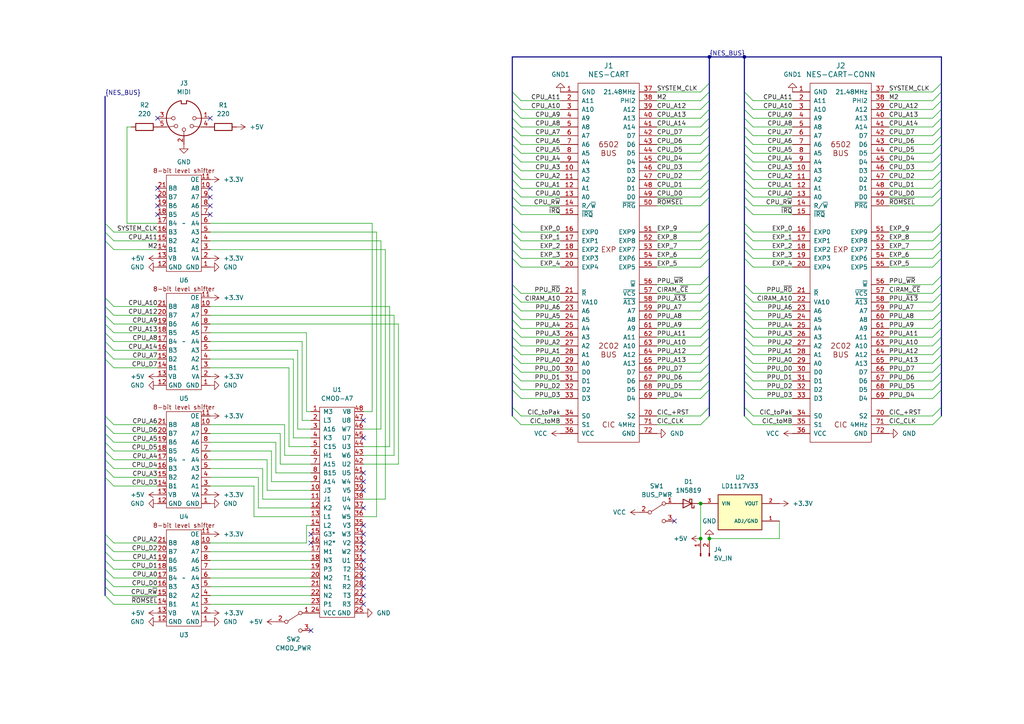
<source format=kicad_sch>
(kicad_sch (version 20230121) (generator eeschema)
  (paper "A4")
  (bus_alias "NES_BUS" (members "SYSTEM_CLK" "M2" "CPU_R~{W}" "CPU_A[0..14]" "CPU_D[0..7]" "~{ROMSEL}" "~{IRQ}" "EXP_[0..9]" "PPU_~{WR}" "PPU_~{RD}" "PPU_A[0..13]" "PPU_D[0..7]" "PPU_~{A13}" "CIRAM_~{CE}" "CIRAM_A10" "CIC_CLK" "CIC_+RST" "CIC_toMB" "CIC_toPak"))
  (junction (at 205.74 16.51))
  (junction (at 203.2 146.05))
  (junction (at 215.9 16.51))
  (junction (at 205.74 156.21))
  (junction (at 203.2 156.21))
  (no_connect (at 60.96 59.69))
  (no_connect (at 105.41 142.24))
  (no_connect (at 105.41 175.26))
  (no_connect (at 105.41 147.32))
  (no_connect (at 105.41 162.56))
  (no_connect (at 105.41 152.4))
  (no_connect (at 105.41 127))
  (no_connect (at 60.96 34.29))
  (no_connect (at 105.41 121.92))
  (no_connect (at 45.72 57.15))
  (no_connect (at 60.96 57.15))
  (no_connect (at 90.17 182.88))
  (no_connect (at 105.41 139.7))
  (no_connect (at 45.72 62.23))
  (no_connect (at 90.17 154.94))
  (no_connect (at 105.41 172.72))
  (no_connect (at 45.72 59.69))
  (no_connect (at 105.41 154.94))
  (no_connect (at 105.41 160.02))
  (no_connect (at 105.41 137.16))
  (no_connect (at 45.72 54.61))
  (no_connect (at 105.41 157.48))
  (no_connect (at 105.41 170.18))
  (no_connect (at 60.96 62.23))
  (no_connect (at 45.72 34.29))
  (no_connect (at 105.41 167.64))
  (no_connect (at 105.41 165.1))
  (no_connect (at 60.96 54.61))
  (no_connect (at 195.58 151.13))
  (no_connect (at 90.17 157.48))
  (bus_entry (at 215.9 67.31) (size 2.54 2.54))
  (bus_entry (at 148.59 100.33) (size 2.54 2.54))
  (bus_entry (at 148.59 34.29) (size 2.54 2.54))
  (bus_entry (at 205.74 82.55) (size -2.54 2.54))
  (bus_entry (at 30.48 165.1) (size 2.54 2.54))
  (bus_entry (at 273.05 29.21) (size -2.54 2.54))
  (bus_entry (at 273.05 41.91) (size -2.54 2.54))
  (bus_entry (at 215.9 90.17) (size 2.54 2.54))
  (bus_entry (at 205.74 36.83) (size -2.54 2.54))
  (bus_entry (at 148.59 97.79) (size 2.54 2.54))
  (bus_entry (at 148.59 36.83) (size 2.54 2.54))
  (bus_entry (at 205.74 31.75) (size -2.54 2.54))
  (bus_entry (at 205.74 120.65) (size -2.54 2.54))
  (bus_entry (at 205.74 39.37) (size -2.54 2.54))
  (bus_entry (at 30.48 120.65) (size 2.54 2.54))
  (bus_entry (at 215.9 39.37) (size 2.54 2.54))
  (bus_entry (at 273.05 85.09) (size -2.54 2.54))
  (bus_entry (at 30.48 67.31) (size 2.54 2.54))
  (bus_entry (at 205.74 29.21) (size -2.54 2.54))
  (bus_entry (at 148.59 44.45) (size 2.54 2.54))
  (bus_entry (at 205.74 110.49) (size -2.54 2.54))
  (bus_entry (at 30.48 69.85) (size 2.54 2.54))
  (bus_entry (at 148.59 72.39) (size 2.54 2.54))
  (bus_entry (at 273.05 90.17) (size -2.54 2.54))
  (bus_entry (at 215.9 64.77) (size 2.54 2.54))
  (bus_entry (at 215.9 41.91) (size 2.54 2.54))
  (bus_entry (at 148.59 87.63) (size 2.54 2.54))
  (bus_entry (at 273.05 44.45) (size -2.54 2.54))
  (bus_entry (at 273.05 72.39) (size -2.54 2.54))
  (bus_entry (at 215.9 105.41) (size 2.54 2.54))
  (bus_entry (at 273.05 97.79) (size -2.54 2.54))
  (bus_entry (at 30.48 91.44) (size 2.54 2.54))
  (bus_entry (at 215.9 46.99) (size 2.54 2.54))
  (bus_entry (at 30.48 123.19) (size 2.54 2.54))
  (bus_entry (at 30.48 172.72) (size 2.54 2.54))
  (bus_entry (at 30.48 130.81) (size 2.54 2.54))
  (bus_entry (at 205.74 34.29) (size -2.54 2.54))
  (bus_entry (at 205.74 41.91) (size -2.54 2.54))
  (bus_entry (at 148.59 69.85) (size 2.54 2.54))
  (bus_entry (at 148.59 95.25) (size 2.54 2.54))
  (bus_entry (at 215.9 118.11) (size 2.54 2.54))
  (bus_entry (at 30.48 133.35) (size 2.54 2.54))
  (bus_entry (at 205.74 105.41) (size -2.54 2.54))
  (bus_entry (at 215.9 120.65) (size 2.54 2.54))
  (bus_entry (at 273.05 57.15) (size -2.54 2.54))
  (bus_entry (at 273.05 80.01) (size -2.54 2.54))
  (bus_entry (at 30.48 160.02) (size 2.54 2.54))
  (bus_entry (at 148.59 54.61) (size 2.54 2.54))
  (bus_entry (at 205.74 49.53) (size -2.54 2.54))
  (bus_entry (at 215.9 34.29) (size 2.54 2.54))
  (bus_entry (at 215.9 54.61) (size 2.54 2.54))
  (bus_entry (at 215.9 74.93) (size 2.54 2.54))
  (bus_entry (at 205.74 107.95) (size -2.54 2.54))
  (bus_entry (at 30.48 135.89) (size 2.54 2.54))
  (bus_entry (at 148.59 59.69) (size 2.54 2.54))
  (bus_entry (at 205.74 95.25) (size -2.54 2.54))
  (bus_entry (at 273.05 82.55) (size -2.54 2.54))
  (bus_entry (at 215.9 57.15) (size 2.54 2.54))
  (bus_entry (at 205.74 67.31) (size -2.54 2.54))
  (bus_entry (at 148.59 105.41) (size 2.54 2.54))
  (bus_entry (at 215.9 69.85) (size 2.54 2.54))
  (bus_entry (at 205.74 102.87) (size -2.54 2.54))
  (bus_entry (at 30.48 125.73) (size 2.54 2.54))
  (bus_entry (at 205.74 44.45) (size -2.54 2.54))
  (bus_entry (at 215.9 44.45) (size 2.54 2.54))
  (bus_entry (at 215.9 92.71) (size 2.54 2.54))
  (bus_entry (at 30.48 138.43) (size 2.54 2.54))
  (bus_entry (at 30.48 157.48) (size 2.54 2.54))
  (bus_entry (at 205.74 97.79) (size -2.54 2.54))
  (bus_entry (at 205.74 54.61) (size -2.54 2.54))
  (bus_entry (at 273.05 39.37) (size -2.54 2.54))
  (bus_entry (at 273.05 26.67) (size -2.54 2.54))
  (bus_entry (at 30.48 88.9) (size 2.54 2.54))
  (bus_entry (at 215.9 100.33) (size 2.54 2.54))
  (bus_entry (at 273.05 110.49) (size -2.54 2.54))
  (bus_entry (at 148.59 41.91) (size 2.54 2.54))
  (bus_entry (at 30.48 170.18) (size 2.54 2.54))
  (bus_entry (at 273.05 102.87) (size -2.54 2.54))
  (bus_entry (at 215.9 95.25) (size 2.54 2.54))
  (bus_entry (at 215.9 59.69) (size 2.54 2.54))
  (bus_entry (at 205.74 100.33) (size -2.54 2.54))
  (bus_entry (at 30.48 86.36) (size 2.54 2.54))
  (bus_entry (at 273.05 105.41) (size -2.54 2.54))
  (bus_entry (at 215.9 72.39) (size 2.54 2.54))
  (bus_entry (at 273.05 120.65) (size -2.54 2.54))
  (bus_entry (at 205.74 92.71) (size -2.54 2.54))
  (bus_entry (at 273.05 46.99) (size -2.54 2.54))
  (bus_entry (at 215.9 87.63) (size 2.54 2.54))
  (bus_entry (at 273.05 36.83) (size -2.54 2.54))
  (bus_entry (at 30.48 128.27) (size 2.54 2.54))
  (bus_entry (at 215.9 110.49) (size 2.54 2.54))
  (bus_entry (at 148.59 92.71) (size 2.54 2.54))
  (bus_entry (at 205.74 80.01) (size -2.54 2.54))
  (bus_entry (at 148.59 46.99) (size 2.54 2.54))
  (bus_entry (at 273.05 67.31) (size -2.54 2.54))
  (bus_entry (at 273.05 92.71) (size -2.54 2.54))
  (bus_entry (at 215.9 82.55) (size 2.54 2.54))
  (bus_entry (at 148.59 57.15) (size 2.54 2.54))
  (bus_entry (at 30.48 167.64) (size 2.54 2.54))
  (bus_entry (at 148.59 64.77) (size 2.54 2.54))
  (bus_entry (at 30.48 104.14) (size 2.54 2.54))
  (bus_entry (at 273.05 95.25) (size -2.54 2.54))
  (bus_entry (at 215.9 52.07) (size 2.54 2.54))
  (bus_entry (at 273.05 69.85) (size -2.54 2.54))
  (bus_entry (at 205.74 57.15) (size -2.54 2.54))
  (bus_entry (at 273.05 54.61) (size -2.54 2.54))
  (bus_entry (at 148.59 39.37) (size 2.54 2.54))
  (bus_entry (at 273.05 87.63) (size -2.54 2.54))
  (bus_entry (at 148.59 90.17) (size 2.54 2.54))
  (bus_entry (at 205.74 85.09) (size -2.54 2.54))
  (bus_entry (at 148.59 107.95) (size 2.54 2.54))
  (bus_entry (at 205.74 69.85) (size -2.54 2.54))
  (bus_entry (at 215.9 26.67) (size 2.54 2.54))
  (bus_entry (at 30.48 162.56) (size 2.54 2.54))
  (bus_entry (at 205.74 113.03) (size -2.54 2.54))
  (bus_entry (at 148.59 29.21) (size 2.54 2.54))
  (bus_entry (at 30.48 99.06) (size 2.54 2.54))
  (bus_entry (at 215.9 29.21) (size 2.54 2.54))
  (bus_entry (at 215.9 85.09) (size 2.54 2.54))
  (bus_entry (at 205.74 26.67) (size -2.54 2.54))
  (bus_entry (at 215.9 36.83) (size 2.54 2.54))
  (bus_entry (at 30.48 64.77) (size 2.54 2.54))
  (bus_entry (at 273.05 118.11) (size -2.54 2.54))
  (bus_entry (at 205.74 74.93) (size -2.54 2.54))
  (bus_entry (at 148.59 85.09) (size 2.54 2.54))
  (bus_entry (at 205.74 64.77) (size -2.54 2.54))
  (bus_entry (at 215.9 107.95) (size 2.54 2.54))
  (bus_entry (at 215.9 102.87) (size 2.54 2.54))
  (bus_entry (at 273.05 107.95) (size -2.54 2.54))
  (bus_entry (at 30.48 93.98) (size 2.54 2.54))
  (bus_entry (at 205.74 90.17) (size -2.54 2.54))
  (bus_entry (at 215.9 97.79) (size 2.54 2.54))
  (bus_entry (at 205.74 118.11) (size -2.54 2.54))
  (bus_entry (at 148.59 67.31) (size 2.54 2.54))
  (bus_entry (at 273.05 64.77) (size -2.54 2.54))
  (bus_entry (at 148.59 102.87) (size 2.54 2.54))
  (bus_entry (at 30.48 96.52) (size 2.54 2.54))
  (bus_entry (at 273.05 52.07) (size -2.54 2.54))
  (bus_entry (at 273.05 74.93) (size -2.54 2.54))
  (bus_entry (at 148.59 110.49) (size 2.54 2.54))
  (bus_entry (at 205.74 24.13) (size -2.54 2.54))
  (bus_entry (at 205.74 46.99) (size -2.54 2.54))
  (bus_entry (at 273.05 31.75) (size -2.54 2.54))
  (bus_entry (at 273.05 49.53) (size -2.54 2.54))
  (bus_entry (at 148.59 52.07) (size 2.54 2.54))
  (bus_entry (at 215.9 31.75) (size 2.54 2.54))
  (bus_entry (at 273.05 113.03) (size -2.54 2.54))
  (bus_entry (at 205.74 87.63) (size -2.54 2.54))
  (bus_entry (at 205.74 52.07) (size -2.54 2.54))
  (bus_entry (at 148.59 113.03) (size 2.54 2.54))
  (bus_entry (at 273.05 100.33) (size -2.54 2.54))
  (bus_entry (at 148.59 74.93) (size 2.54 2.54))
  (bus_entry (at 215.9 113.03) (size 2.54 2.54))
  (bus_entry (at 148.59 49.53) (size 2.54 2.54))
  (bus_entry (at 30.48 101.6) (size 2.54 2.54))
  (bus_entry (at 148.59 31.75) (size 2.54 2.54))
  (bus_entry (at 215.9 49.53) (size 2.54 2.54))
  (bus_entry (at 148.59 118.11) (size 2.54 2.54))
  (bus_entry (at 148.59 82.55) (size 2.54 2.54))
  (bus_entry (at 30.48 154.94) (size 2.54 2.54))
  (bus_entry (at 273.05 34.29) (size -2.54 2.54))
  (bus_entry (at 205.74 72.39) (size -2.54 2.54))
  (bus_entry (at 273.05 24.13) (size -2.54 2.54))
  (bus_entry (at 148.59 120.65) (size 2.54 2.54))
  (bus_entry (at 148.59 26.67) (size 2.54 2.54))
  (wire (pts (xy 190.5 113.03) (xy 203.2 113.03)))
  (wire (pts (xy 257.81 52.07) (xy 270.51 52.07)))
  (bus (pts (xy 30.48 120.65) (xy 30.48 123.19)))
  (wire (pts (xy 190.5 120.65) (xy 203.2 120.65)))
  (wire (pts (xy 190.5 97.79) (xy 203.2 97.79)))
  (bus (pts (xy 205.74 39.37) (xy 205.74 41.91)))
  (bus (pts (xy 205.74 107.95) (xy 205.74 110.49)))
  (bus (pts (xy 30.48 88.9) (xy 30.48 91.44)))
  (wire (pts (xy 109.22 149.86) (xy 105.41 149.86)))
  (bus (pts (xy 205.74 80.01) (xy 205.74 82.55)))
  (bus (pts (xy 148.59 36.83) (xy 148.59 39.37)))
  (wire (pts (xy 218.44 113.03) (xy 229.87 113.03)))
  (wire (pts (xy 60.96 106.68) (xy 83.82 106.68)))
  (wire (pts (xy 151.13 57.15) (xy 162.56 57.15)))
  (bus (pts (xy 205.74 118.11) (xy 205.74 120.65)))
  (wire (pts (xy 257.81 69.85) (xy 270.51 69.85)))
  (wire (pts (xy 60.96 157.48) (xy 88.9 157.48)))
  (wire (pts (xy 60.96 135.89) (xy 76.2 135.89)))
  (wire (pts (xy 60.96 67.31) (xy 109.22 67.31)))
  (wire (pts (xy 73.66 149.86) (xy 90.17 149.86)))
  (wire (pts (xy 203.2 146.05) (xy 203.2 156.21)))
  (bus (pts (xy 215.9 39.37) (xy 215.9 41.91)))
  (wire (pts (xy 88.9 157.48) (xy 88.9 152.4)))
  (wire (pts (xy 257.81 34.29) (xy 270.51 34.29)))
  (bus (pts (xy 30.48 99.06) (xy 30.48 101.6)))
  (wire (pts (xy 87.63 99.06) (xy 87.63 121.92)))
  (bus (pts (xy 205.74 97.79) (xy 205.74 100.33)))
  (bus (pts (xy 148.59 54.61) (xy 148.59 57.15)))
  (bus (pts (xy 273.05 67.31) (xy 273.05 69.85)))
  (wire (pts (xy 257.81 95.25) (xy 270.51 95.25)))
  (wire (pts (xy 83.82 129.54) (xy 90.17 129.54)))
  (wire (pts (xy 60.96 172.72) (xy 90.17 172.72)))
  (wire (pts (xy 151.13 102.87) (xy 162.56 102.87)))
  (bus (pts (xy 215.9 64.77) (xy 215.9 67.31)))
  (wire (pts (xy 80.01 137.16) (xy 90.17 137.16)))
  (wire (pts (xy 88.9 96.52) (xy 88.9 119.38)))
  (bus (pts (xy 273.05 46.99) (xy 273.05 49.53)))
  (wire (pts (xy 218.44 100.33) (xy 229.87 100.33)))
  (wire (pts (xy 257.81 82.55) (xy 270.51 82.55)))
  (bus (pts (xy 30.48 27.94) (xy 30.48 64.77)))
  (bus (pts (xy 148.59 85.09) (xy 148.59 87.63)))
  (bus (pts (xy 148.59 64.77) (xy 148.59 67.31)))
  (bus (pts (xy 30.48 91.44) (xy 30.48 93.98)))
  (bus (pts (xy 148.59 87.63) (xy 148.59 90.17)))
  (bus (pts (xy 30.48 154.94) (xy 30.48 157.48)))
  (wire (pts (xy 76.2 144.78) (xy 90.17 144.78)))
  (wire (pts (xy 190.5 115.57) (xy 203.2 115.57)))
  (wire (pts (xy 60.96 91.44) (xy 114.3 91.44)))
  (bus (pts (xy 273.05 52.07) (xy 273.05 54.61)))
  (bus (pts (xy 273.05 110.49) (xy 273.05 113.03)))
  (bus (pts (xy 148.59 67.31) (xy 148.59 69.85)))
  (wire (pts (xy 81.28 125.73) (xy 81.28 134.62)))
  (wire (pts (xy 33.02 140.97) (xy 45.72 140.97)))
  (bus (pts (xy 148.59 72.39) (xy 148.59 74.93)))
  (wire (pts (xy 60.96 88.9) (xy 113.03 88.9)))
  (bus (pts (xy 30.48 67.31) (xy 30.48 69.85)))
  (wire (pts (xy 33.02 125.73) (xy 45.72 125.73)))
  (bus (pts (xy 30.48 128.27) (xy 30.48 130.81)))
  (bus (pts (xy 30.48 162.56) (xy 30.48 165.1)))
  (bus (pts (xy 30.48 135.89) (xy 30.48 138.43)))
  (bus (pts (xy 273.05 24.13) (xy 273.05 26.67)))
  (wire (pts (xy 74.93 147.32) (xy 90.17 147.32)))
  (bus (pts (xy 273.05 29.21) (xy 273.05 31.75)))
  (bus (pts (xy 273.05 57.15) (xy 273.05 64.77)))
  (bus (pts (xy 273.05 41.91) (xy 273.05 44.45)))
  (bus (pts (xy 215.9 105.41) (xy 215.9 107.95)))
  (wire (pts (xy 60.96 123.19) (xy 82.55 123.19)))
  (bus (pts (xy 205.74 24.13) (xy 205.74 26.67)))
  (bus (pts (xy 273.05 49.53) (xy 273.05 52.07)))
  (bus (pts (xy 273.05 54.61) (xy 273.05 57.15)))
  (bus (pts (xy 215.9 107.95) (xy 215.9 110.49)))
  (wire (pts (xy 190.5 44.45) (xy 203.2 44.45)))
  (bus (pts (xy 148.59 102.87) (xy 148.59 105.41)))
  (wire (pts (xy 87.63 121.92) (xy 90.17 121.92)))
  (bus (pts (xy 30.48 123.19) (xy 30.48 125.73)))
  (bus (pts (xy 205.74 44.45) (xy 205.74 46.99)))
  (bus (pts (xy 205.74 87.63) (xy 205.74 90.17)))
  (bus (pts (xy 148.59 34.29) (xy 148.59 36.83)))
  (bus (pts (xy 215.9 110.49) (xy 215.9 113.03)))
  (wire (pts (xy 257.81 67.31) (xy 270.51 67.31)))
  (wire (pts (xy 33.02 67.31) (xy 45.72 67.31)))
  (bus (pts (xy 273.05 105.41) (xy 273.05 107.95)))
  (wire (pts (xy 45.72 64.77) (xy 36.83 64.77)))
  (wire (pts (xy 60.96 130.81) (xy 78.74 130.81)))
  (bus (pts (xy 273.05 64.77) (xy 273.05 67.31)))
  (wire (pts (xy 190.5 46.99) (xy 203.2 46.99)))
  (wire (pts (xy 190.5 82.55) (xy 203.2 82.55)))
  (wire (pts (xy 218.44 52.07) (xy 229.87 52.07)))
  (wire (pts (xy 257.81 41.91) (xy 270.51 41.91)))
  (bus (pts (xy 205.74 110.49) (xy 205.74 113.03)))
  (bus (pts (xy 30.48 160.02) (xy 30.48 162.56)))
  (wire (pts (xy 257.81 31.75) (xy 270.51 31.75)))
  (bus (pts (xy 273.05 26.67) (xy 273.05 29.21)))
  (bus (pts (xy 205.74 16.51) (xy 205.74 24.13)))
  (bus (pts (xy 205.74 102.87) (xy 205.74 105.41)))
  (bus (pts (xy 273.05 92.71) (xy 273.05 95.25)))
  (wire (pts (xy 88.9 152.4) (xy 90.17 152.4)))
  (wire (pts (xy 151.13 115.57) (xy 162.56 115.57)))
  (wire (pts (xy 151.13 62.23) (xy 162.56 62.23)))
  (bus (pts (xy 273.05 72.39) (xy 273.05 74.93)))
  (bus (pts (xy 148.59 105.41) (xy 148.59 107.95)))
  (wire (pts (xy 190.5 57.15) (xy 203.2 57.15)))
  (bus (pts (xy 205.74 72.39) (xy 205.74 74.93)))
  (bus (pts (xy 273.05 97.79) (xy 273.05 100.33)))
  (bus (pts (xy 215.9 49.53) (xy 215.9 52.07)))
  (bus (pts (xy 215.9 54.61) (xy 215.9 57.15)))
  (bus (pts (xy 215.9 46.99) (xy 215.9 49.53)))
  (bus (pts (xy 205.74 82.55) (xy 205.74 85.09)))
  (bus (pts (xy 215.9 16.51) (xy 215.9 26.67)))
  (bus (pts (xy 205.74 52.07) (xy 205.74 54.61)))
  (bus (pts (xy 215.9 72.39) (xy 215.9 74.93)))
  (wire (pts (xy 33.02 170.18) (xy 45.72 170.18)))
  (wire (pts (xy 33.02 135.89) (xy 45.72 135.89)))
  (wire (pts (xy 257.81 87.63) (xy 270.51 87.63)))
  (wire (pts (xy 151.13 90.17) (xy 162.56 90.17)))
  (wire (pts (xy 257.81 29.21) (xy 270.51 29.21)))
  (bus (pts (xy 205.74 54.61) (xy 205.74 57.15)))
  (wire (pts (xy 151.13 31.75) (xy 162.56 31.75)))
  (wire (pts (xy 218.44 97.79) (xy 229.87 97.79)))
  (wire (pts (xy 33.02 69.85) (xy 45.72 69.85)))
  (wire (pts (xy 33.02 72.39) (xy 45.72 72.39)))
  (wire (pts (xy 60.96 125.73) (xy 81.28 125.73)))
  (wire (pts (xy 77.47 142.24) (xy 90.17 142.24)))
  (wire (pts (xy 151.13 110.49) (xy 162.56 110.49)))
  (wire (pts (xy 151.13 67.31) (xy 162.56 67.31)))
  (bus (pts (xy 148.59 95.25) (xy 148.59 97.79)))
  (bus (pts (xy 215.9 82.55) (xy 215.9 85.09)))
  (wire (pts (xy 33.02 96.52) (xy 45.72 96.52)))
  (wire (pts (xy 151.13 34.29) (xy 162.56 34.29)))
  (wire (pts (xy 257.81 49.53) (xy 270.51 49.53)))
  (wire (pts (xy 151.13 105.41) (xy 162.56 105.41)))
  (wire (pts (xy 218.44 44.45) (xy 229.87 44.45)))
  (wire (pts (xy 33.02 133.35) (xy 45.72 133.35)))
  (wire (pts (xy 33.02 160.02) (xy 45.72 160.02)))
  (bus (pts (xy 205.74 113.03) (xy 205.74 118.11)))
  (wire (pts (xy 257.81 54.61) (xy 270.51 54.61)))
  (wire (pts (xy 257.81 72.39) (xy 270.51 72.39)))
  (wire (pts (xy 60.96 99.06) (xy 87.63 99.06)))
  (bus (pts (xy 215.9 31.75) (xy 215.9 34.29)))
  (bus (pts (xy 273.05 107.95) (xy 273.05 110.49)))
  (wire (pts (xy 107.95 64.77) (xy 107.95 119.38)))
  (wire (pts (xy 114.3 91.44) (xy 114.3 132.08)))
  (wire (pts (xy 203.2 26.67) (xy 190.5 26.67)))
  (wire (pts (xy 257.81 74.93) (xy 270.51 74.93)))
  (wire (pts (xy 218.44 46.99) (xy 229.87 46.99)))
  (wire (pts (xy 78.74 130.81) (xy 78.74 139.7)))
  (bus (pts (xy 205.74 57.15) (xy 205.74 64.77)))
  (wire (pts (xy 218.44 72.39) (xy 229.87 72.39)))
  (wire (pts (xy 218.44 115.57) (xy 229.87 115.57)))
  (wire (pts (xy 33.02 157.48) (xy 45.72 157.48)))
  (bus (pts (xy 215.9 92.71) (xy 215.9 95.25)))
  (wire (pts (xy 60.96 133.35) (xy 77.47 133.35)))
  (wire (pts (xy 33.02 123.19) (xy 45.72 123.19)))
  (wire (pts (xy 151.13 85.09) (xy 162.56 85.09)))
  (wire (pts (xy 218.44 49.53) (xy 229.87 49.53)))
  (wire (pts (xy 85.09 127) (xy 90.17 127)))
  (wire (pts (xy 111.76 144.78) (xy 105.41 144.78)))
  (wire (pts (xy 218.44 110.49) (xy 229.87 110.49)))
  (bus (pts (xy 30.48 101.6) (xy 30.48 104.14)))
  (bus (pts (xy 148.59 97.79) (xy 148.59 100.33)))
  (wire (pts (xy 218.44 57.15) (xy 229.87 57.15)))
  (wire (pts (xy 78.74 139.7) (xy 90.17 139.7)))
  (bus (pts (xy 273.05 74.93) (xy 273.05 80.01)))
  (bus (pts (xy 30.48 157.48) (xy 30.48 160.02)))
  (wire (pts (xy 190.5 52.07) (xy 203.2 52.07)))
  (wire (pts (xy 60.96 167.64) (xy 90.17 167.64)))
  (wire (pts (xy 33.02 93.98) (xy 45.72 93.98)))
  (bus (pts (xy 205.74 105.41) (xy 205.74 107.95)))
  (bus (pts (xy 148.59 46.99) (xy 148.59 49.53)))
  (wire (pts (xy 257.81 97.79) (xy 270.51 97.79)))
  (wire (pts (xy 33.02 91.44) (xy 45.72 91.44)))
  (wire (pts (xy 151.13 123.19) (xy 162.56 123.19)))
  (bus (pts (xy 30.48 69.85) (xy 30.48 86.36)))
  (wire (pts (xy 226.06 156.21) (xy 226.06 151.13)))
  (bus (pts (xy 273.05 16.51) (xy 273.05 24.13)))
  (wire (pts (xy 60.96 160.02) (xy 90.17 160.02)))
  (bus (pts (xy 205.74 46.99) (xy 205.74 49.53)))
  (wire (pts (xy 151.13 69.85) (xy 162.56 69.85)))
  (bus (pts (xy 205.74 100.33) (xy 205.74 102.87)))
  (wire (pts (xy 60.96 165.1) (xy 90.17 165.1)))
  (wire (pts (xy 83.82 106.68) (xy 83.82 129.54)))
  (bus (pts (xy 148.59 41.91) (xy 148.59 44.45)))
  (bus (pts (xy 148.59 69.85) (xy 148.59 72.39)))
  (bus (pts (xy 215.9 95.25) (xy 215.9 97.79)))
  (wire (pts (xy 218.44 69.85) (xy 229.87 69.85)))
  (bus (pts (xy 205.74 85.09) (xy 205.74 87.63)))
  (wire (pts (xy 113.03 129.54) (xy 105.41 129.54)))
  (wire (pts (xy 257.81 39.37) (xy 270.51 39.37)))
  (wire (pts (xy 218.44 85.09) (xy 229.87 85.09)))
  (bus (pts (xy 215.9 26.67) (xy 215.9 29.21)))
  (wire (pts (xy 151.13 39.37) (xy 162.56 39.37)))
  (wire (pts (xy 107.95 119.38) (xy 105.41 119.38)))
  (wire (pts (xy 190.5 92.71) (xy 203.2 92.71)))
  (bus (pts (xy 148.59 90.17) (xy 148.59 92.71)))
  (bus (pts (xy 215.9 41.91) (xy 215.9 44.45)))
  (wire (pts (xy 81.28 134.62) (xy 90.17 134.62)))
  (wire (pts (xy 218.44 92.71) (xy 229.87 92.71)))
  (wire (pts (xy 33.02 138.43) (xy 45.72 138.43)))
  (wire (pts (xy 33.02 128.27) (xy 45.72 128.27)))
  (wire (pts (xy 218.44 102.87) (xy 229.87 102.87)))
  (wire (pts (xy 218.44 120.65) (xy 229.87 120.65)))
  (bus (pts (xy 215.9 59.69) (xy 215.9 64.77)))
  (wire (pts (xy 190.5 85.09) (xy 203.2 85.09)))
  (bus (pts (xy 273.05 39.37) (xy 273.05 41.91)))
  (bus (pts (xy 205.74 67.31) (xy 205.74 69.85)))
  (wire (pts (xy 60.96 64.77) (xy 107.95 64.77)))
  (bus (pts (xy 148.59 59.69) (xy 148.59 64.77)))
  (bus (pts (xy 215.9 118.11) (xy 215.9 120.65)))
  (wire (pts (xy 218.44 90.17) (xy 229.87 90.17)))
  (wire (pts (xy 205.74 156.21) (xy 226.06 156.21)))
  (wire (pts (xy 33.02 104.14) (xy 45.72 104.14)))
  (bus (pts (xy 148.59 110.49) (xy 148.59 113.03)))
  (bus (pts (xy 215.9 36.83) (xy 215.9 39.37)))
  (wire (pts (xy 60.96 138.43) (xy 74.93 138.43)))
  (bus (pts (xy 273.05 102.87) (xy 273.05 105.41)))
  (wire (pts (xy 257.81 123.19) (xy 270.51 123.19)))
  (bus (pts (xy 205.74 41.91) (xy 205.74 44.45)))
  (bus (pts (xy 205.74 16.51) (xy 148.59 16.51)))
  (wire (pts (xy 33.02 172.72) (xy 45.72 172.72)))
  (wire (pts (xy 190.5 123.19) (xy 203.2 123.19)))
  (wire (pts (xy 218.44 34.29) (xy 229.87 34.29)))
  (bus (pts (xy 30.48 125.73) (xy 30.48 128.27)))
  (wire (pts (xy 151.13 52.07) (xy 162.56 52.07)))
  (wire (pts (xy 36.83 36.83) (xy 36.83 64.77)))
  (wire (pts (xy 257.81 110.49) (xy 270.51 110.49)))
  (wire (pts (xy 151.13 46.99) (xy 162.56 46.99)))
  (wire (pts (xy 190.5 59.69) (xy 203.2 59.69)))
  (wire (pts (xy 33.02 101.6) (xy 45.72 101.6)))
  (wire (pts (xy 33.02 162.56) (xy 45.72 162.56)))
  (bus (pts (xy 215.9 90.17) (xy 215.9 92.71)))
  (wire (pts (xy 151.13 59.69) (xy 162.56 59.69)))
  (bus (pts (xy 215.9 67.31) (xy 215.9 69.85)))
  (bus (pts (xy 273.05 87.63) (xy 273.05 90.17)))
  (wire (pts (xy 60.96 104.14) (xy 85.09 104.14)))
  (wire (pts (xy 218.44 62.23) (xy 229.87 62.23)))
  (wire (pts (xy 218.44 29.21) (xy 229.87 29.21)))
  (wire (pts (xy 190.5 105.41) (xy 203.2 105.41)))
  (bus (pts (xy 215.9 97.79) (xy 215.9 100.33)))
  (bus (pts (xy 148.59 92.71) (xy 148.59 95.25)))
  (wire (pts (xy 190.5 49.53) (xy 203.2 49.53)))
  (wire (pts (xy 218.44 31.75) (xy 229.87 31.75)))
  (wire (pts (xy 33.02 88.9) (xy 45.72 88.9)))
  (wire (pts (xy 190.5 67.31) (xy 203.2 67.31)))
  (wire (pts (xy 60.96 170.18) (xy 90.17 170.18)))
  (wire (pts (xy 60.96 72.39) (xy 111.76 72.39)))
  (wire (pts (xy 33.02 165.1) (xy 45.72 165.1)))
  (bus (pts (xy 215.9 29.21) (xy 215.9 31.75)))
  (wire (pts (xy 257.81 77.47) (xy 270.51 77.47)))
  (wire (pts (xy 60.96 128.27) (xy 80.01 128.27)))
  (bus (pts (xy 273.05 69.85) (xy 273.05 72.39)))
  (wire (pts (xy 36.83 36.83) (xy 38.1 36.83)))
  (wire (pts (xy 257.81 105.41) (xy 270.51 105.41)))
  (wire (pts (xy 190.5 29.21) (xy 203.2 29.21)))
  (bus (pts (xy 215.9 69.85) (xy 215.9 72.39)))
  (wire (pts (xy 190.5 36.83) (xy 203.2 36.83)))
  (wire (pts (xy 218.44 105.41) (xy 229.87 105.41)))
  (bus (pts (xy 205.74 16.51) (xy 215.9 16.51)))
  (wire (pts (xy 111.76 72.39) (xy 111.76 144.78)))
  (wire (pts (xy 151.13 44.45) (xy 162.56 44.45)))
  (wire (pts (xy 218.44 67.31) (xy 229.87 67.31)))
  (bus (pts (xy 30.48 130.81) (xy 30.48 133.35)))
  (wire (pts (xy 82.55 132.08) (xy 90.17 132.08)))
  (wire (pts (xy 190.5 100.33) (xy 203.2 100.33)))
  (wire (pts (xy 257.81 44.45) (xy 270.51 44.45)))
  (wire (pts (xy 33.02 167.64) (xy 45.72 167.64)))
  (wire (pts (xy 76.2 135.89) (xy 76.2 144.78)))
  (wire (pts (xy 60.96 175.26) (xy 90.17 175.26)))
  (wire (pts (xy 190.5 102.87) (xy 203.2 102.87)))
  (wire (pts (xy 151.13 107.95) (xy 162.56 107.95)))
  (bus (pts (xy 205.74 74.93) (xy 205.74 80.01)))
  (bus (pts (xy 30.48 133.35) (xy 30.48 135.89)))
  (wire (pts (xy 151.13 74.93) (xy 162.56 74.93)))
  (bus (pts (xy 273.05 31.75) (xy 273.05 34.29)))
  (bus (pts (xy 273.05 85.09) (xy 273.05 87.63)))
  (bus (pts (xy 215.9 74.93) (xy 215.9 82.55)))
  (wire (pts (xy 60.96 96.52) (xy 88.9 96.52)))
  (wire (pts (xy 257.81 46.99) (xy 270.51 46.99)))
  (wire (pts (xy 257.81 113.03) (xy 270.51 113.03)))
  (wire (pts (xy 151.13 49.53) (xy 162.56 49.53)))
  (bus (pts (xy 273.05 36.83) (xy 273.05 39.37)))
  (wire (pts (xy 218.44 123.19) (xy 229.87 123.19)))
  (bus (pts (xy 148.59 107.95) (xy 148.59 110.49)))
  (wire (pts (xy 151.13 97.79) (xy 162.56 97.79)))
  (wire (pts (xy 218.44 77.47) (xy 229.87 77.47)))
  (bus (pts (xy 30.48 64.77) (xy 30.48 67.31)))
  (bus (pts (xy 205.74 36.83) (xy 205.74 39.37)))
  (wire (pts (xy 151.13 87.63) (xy 162.56 87.63)))
  (wire (pts (xy 190.5 39.37) (xy 203.2 39.37)))
  (wire (pts (xy 60.96 69.85) (xy 110.49 69.85)))
  (bus (pts (xy 215.9 87.63) (xy 215.9 90.17)))
  (bus (pts (xy 273.05 16.51) (xy 215.9 16.51)))
  (wire (pts (xy 33.02 130.81) (xy 45.72 130.81)))
  (wire (pts (xy 60.96 101.6) (xy 86.36 101.6)))
  (wire (pts (xy 33.02 175.26) (xy 45.72 175.26)))
  (bus (pts (xy 215.9 44.45) (xy 215.9 46.99)))
  (wire (pts (xy 190.5 107.95) (xy 203.2 107.95)))
  (wire (pts (xy 190.5 95.25) (xy 203.2 95.25)))
  (bus (pts (xy 205.74 95.25) (xy 205.74 97.79)))
  (wire (pts (xy 190.5 77.47) (xy 203.2 77.47)))
  (bus (pts (xy 215.9 85.09) (xy 215.9 87.63)))
  (bus (pts (xy 205.74 64.77) (xy 205.74 67.31)))
  (bus (pts (xy 273.05 80.01) (xy 273.05 82.55)))
  (wire (pts (xy 190.5 31.75) (xy 203.2 31.75)))
  (wire (pts (xy 257.81 100.33) (xy 270.51 100.33)))
  (wire (pts (xy 151.13 29.21) (xy 162.56 29.21)))
  (bus (pts (xy 205.74 90.17) (xy 205.74 92.71)))
  (wire (pts (xy 218.44 54.61) (xy 229.87 54.61)))
  (bus (pts (xy 148.59 52.07) (xy 148.59 54.61)))
  (bus (pts (xy 148.59 26.67) (xy 148.59 29.21)))
  (wire (pts (xy 190.5 87.63) (xy 203.2 87.63)))
  (bus (pts (xy 148.59 82.55) (xy 148.59 85.09)))
  (wire (pts (xy 114.3 132.08) (xy 105.41 132.08)))
  (wire (pts (xy 257.81 115.57) (xy 270.51 115.57)))
  (wire (pts (xy 80.01 128.27) (xy 80.01 137.16)))
  (wire (pts (xy 257.81 102.87) (xy 270.51 102.87)))
  (wire (pts (xy 88.9 119.38) (xy 90.17 119.38)))
  (wire (pts (xy 190.5 41.91) (xy 203.2 41.91)))
  (wire (pts (xy 190.5 90.17) (xy 203.2 90.17)))
  (bus (pts (xy 205.74 34.29) (xy 205.74 36.83)))
  (bus (pts (xy 205.74 31.75) (xy 205.74 34.29)))
  (wire (pts (xy 257.81 120.65) (xy 270.51 120.65)))
  (bus (pts (xy 215.9 102.87) (xy 215.9 105.41)))
  (wire (pts (xy 60.96 93.98) (xy 115.57 93.98)))
  (bus (pts (xy 148.59 113.03) (xy 148.59 118.11)))
  (wire (pts (xy 257.81 59.69) (xy 270.51 59.69)))
  (wire (pts (xy 257.81 85.09) (xy 270.51 85.09)))
  (wire (pts (xy 33.02 99.06) (xy 45.72 99.06)))
  (bus (pts (xy 30.48 86.36) (xy 30.48 88.9)))
  (bus (pts (xy 215.9 100.33) (xy 215.9 102.87)))
  (wire (pts (xy 60.96 162.56) (xy 90.17 162.56)))
  (wire (pts (xy 151.13 120.65) (xy 162.56 120.65)))
  (bus (pts (xy 215.9 34.29) (xy 215.9 36.83)))
  (wire (pts (xy 115.57 93.98) (xy 115.57 134.62)))
  (bus (pts (xy 30.48 167.64) (xy 30.48 170.18)))
  (wire (pts (xy 86.36 124.46) (xy 90.17 124.46)))
  (wire (pts (xy 60.96 140.97) (xy 73.66 140.97)))
  (bus (pts (xy 30.48 170.18) (xy 30.48 172.72)))
  (wire (pts (xy 218.44 36.83) (xy 229.87 36.83)))
  (wire (pts (xy 218.44 39.37) (xy 229.87 39.37)))
  (wire (pts (xy 110.49 69.85) (xy 110.49 124.46)))
  (wire (pts (xy 218.44 59.69) (xy 229.87 59.69)))
  (wire (pts (xy 270.51 26.67) (xy 257.81 26.67)))
  (bus (pts (xy 205.74 26.67) (xy 205.74 29.21)))
  (wire (pts (xy 257.81 36.83) (xy 270.51 36.83)))
  (wire (pts (xy 218.44 74.93) (xy 229.87 74.93)))
  (wire (pts (xy 82.55 123.19) (xy 82.55 132.08)))
  (wire (pts (xy 190.5 34.29) (xy 203.2 34.29)))
  (bus (pts (xy 205.74 69.85) (xy 205.74 72.39)))
  (wire (pts (xy 151.13 72.39) (xy 162.56 72.39)))
  (wire (pts (xy 190.5 72.39) (xy 203.2 72.39)))
  (bus (pts (xy 148.59 57.15) (xy 148.59 59.69)))
  (wire (pts (xy 257.81 107.95) (xy 270.51 107.95)))
  (wire (pts (xy 110.49 124.46) (xy 105.41 124.46)))
  (bus (pts (xy 205.74 29.21) (xy 205.74 31.75)))
  (wire (pts (xy 74.93 138.43) (xy 74.93 147.32)))
  (bus (pts (xy 205.74 92.71) (xy 205.74 95.25)))
  (bus (pts (xy 148.59 74.93) (xy 148.59 82.55)))
  (bus (pts (xy 30.48 165.1) (xy 30.48 167.64)))
  (bus (pts (xy 215.9 113.03) (xy 215.9 118.11)))
  (bus (pts (xy 148.59 44.45) (xy 148.59 46.99)))
  (wire (pts (xy 151.13 95.25) (xy 162.56 95.25)))
  (bus (pts (xy 148.59 49.53) (xy 148.59 52.07)))
  (wire (pts (xy 190.5 69.85) (xy 203.2 69.85)))
  (bus (pts (xy 273.05 82.55) (xy 273.05 85.09)))
  (bus (pts (xy 215.9 52.07) (xy 215.9 54.61)))
  (bus (pts (xy 273.05 113.03) (xy 273.05 118.11)))
  (wire (pts (xy 151.13 92.71) (xy 162.56 92.71)))
  (wire (pts (xy 151.13 77.47) (xy 162.56 77.47)))
  (wire (pts (xy 77.47 133.35) (xy 77.47 142.24)))
  (wire (pts (xy 33.02 106.68) (xy 45.72 106.68)))
  (bus (pts (xy 30.48 96.52) (xy 30.48 99.06)))
  (wire (pts (xy 151.13 54.61) (xy 162.56 54.61)))
  (bus (pts (xy 30.48 93.98) (xy 30.48 96.52)))
  (bus (pts (xy 205.74 49.53) (xy 205.74 52.07)))
  (bus (pts (xy 273.05 44.45) (xy 273.05 46.99)))
  (wire (pts (xy 151.13 100.33) (xy 162.56 100.33)))
  (wire (pts (xy 257.81 92.71) (xy 270.51 92.71)))
  (bus (pts (xy 30.48 138.43) (xy 30.48 154.94)))
  (bus (pts (xy 30.48 104.14) (xy 30.48 120.65)))
  (bus (pts (xy 273.05 34.29) (xy 273.05 36.83)))
  (wire (pts (xy 85.09 104.14) (xy 85.09 127)))
  (wire (pts (xy 109.22 67.31) (xy 109.22 149.86)))
  (bus (pts (xy 273.05 118.11) (xy 273.05 120.65)))
  (bus (pts (xy 148.59 16.51) (xy 148.59 26.67)))
  (wire (pts (xy 113.03 88.9) (xy 113.03 129.54)))
  (wire (pts (xy 190.5 54.61) (xy 203.2 54.61)))
  (bus (pts (xy 273.05 100.33) (xy 273.05 102.87)))
  (wire (pts (xy 218.44 87.63) (xy 229.87 87.63)))
  (wire (pts (xy 190.5 110.49) (xy 203.2 110.49)))
  (wire (pts (xy 190.5 74.93) (xy 203.2 74.93)))
  (wire (pts (xy 73.66 140.97) (xy 73.66 149.86)))
  (wire (pts (xy 151.13 41.91) (xy 162.56 41.91)))
  (bus (pts (xy 148.59 29.21) (xy 148.59 31.75)))
  (wire (pts (xy 218.44 95.25) (xy 229.87 95.25)))
  (wire (pts (xy 115.57 134.62) (xy 105.41 134.62)))
  (bus (pts (xy 273.05 95.25) (xy 273.05 97.79)))
  (wire (pts (xy 151.13 113.03) (xy 162.56 113.03)))
  (wire (pts (xy 151.13 36.83) (xy 162.56 36.83)))
  (wire (pts (xy 218.44 41.91) (xy 229.87 41.91)))
  (wire (pts (xy 86.36 101.6) (xy 86.36 124.46)))
  (bus (pts (xy 148.59 31.75) (xy 148.59 34.29)))
  (wire (pts (xy 257.81 57.15) (xy 270.51 57.15)))
  (bus (pts (xy 273.05 90.17) (xy 273.05 92.71)))
  (bus (pts (xy 148.59 100.33) (xy 148.59 102.87)))
  (wire (pts (xy 218.44 107.95) (xy 229.87 107.95)))
  (bus (pts (xy 148.59 118.11) (xy 148.59 120.65)))
  (wire (pts (xy 257.81 90.17) (xy 270.51 90.17)))
  (bus (pts (xy 148.59 39.37) (xy 148.59 41.91)))
  (bus (pts (xy 215.9 57.15) (xy 215.9 59.69)))
  (label "CPU_A8" (at 229.87 36.83 180))
  (label "CPU_D2" (at 257.81 52.07 0))
  (label "CPU_D0" (at 45.72 170.18 180))
  (label "PPU_A11" (at 257.81 97.79 0))
  (label "CPU_A9" (at 229.87 34.29 180))
  (label "CIC_+RST" (at 257.81 120.65 0))
  (label "CPU_D7" (at 257.81 39.37 0))
  (label "CPU_D7" (at 190.5 39.37 0))
  (label "CPU_A13" (at 45.72 96.52 180))
  (label "PPU_~{WR}" (at 257.81 82.55 0))
  (label "~{ROMSEL}" (at 257.81 59.69 0))
  (label "PPU_A9" (at 257.81 95.25 0))
  (label "CPU_D3" (at 190.5 49.53 0))
  (label "CPU_D6" (at 45.72 125.73 180))
  (label "PPU_D2" (at 229.87 113.03 180))
  (label "CPU_D1" (at 190.5 54.61 0))
  (label "CIRAM_~{CE}" (at 190.5 85.09 0))
  (label "CPU_D5" (at 190.5 44.45 0))
  (label "PPU_D7" (at 190.5 107.95 0))
  (label "CPU_A7" (at 229.87 39.37 180))
  (label "PPU_A4" (at 229.87 95.25 180))
  (label "EXP_8" (at 257.81 69.85 0))
  (label "PPU_A6" (at 162.56 90.17 180))
  (label "CPU_D1" (at 45.72 165.1 180))
  (label "PPU_A1" (at 162.56 102.87 180))
  (label "CIC_CLK" (at 257.81 123.19 0))
  (label "CPU_D7" (at 45.72 106.68 180))
  (label "M2" (at 45.72 72.39 180))
  (label "CPU_A11" (at 229.87 29.21 180))
  (label "CPU_D3" (at 45.72 140.97 180))
  (label "EXP_7" (at 190.5 72.39 0))
  (label "CPU_A14" (at 257.81 36.83 0))
  (label "PPU_A8" (at 190.5 92.71 0))
  (label "CPU_R~{W}" (at 162.56 59.69 180))
  (label "PPU_D3" (at 162.56 115.57 180))
  (label "PPU_D5" (at 257.81 113.03 0))
  (label "EXP_1" (at 229.87 69.85 180))
  (label "CPU_D0" (at 190.5 57.15 0))
  (label "CPU_A0" (at 45.72 167.64 180))
  (label "SYSTEM_CLK" (at 190.5 26.67 0))
  (label "CPU_A5" (at 45.72 128.27 180))
  (label "CPU_A2" (at 45.72 157.48 180))
  (label "CPU_A8" (at 45.72 99.06 180))
  (label "CPU_D5" (at 257.81 44.45 0))
  (label "CPU_A5" (at 162.56 44.45 180))
  (label "PPU_A9" (at 190.5 95.25 0))
  (label "PPU_A0" (at 162.56 105.41 180))
  (label "SYSTEM_CLK" (at 257.81 26.67 0))
  (label "PPU_A1" (at 229.87 102.87 180))
  (label "CPU_A12" (at 190.5 31.75 0))
  (label "CPU_R~{W}" (at 45.72 172.72 180))
  (label "CPU_D0" (at 257.81 57.15 0))
  (label "PPU_A5" (at 229.87 92.71 180))
  (label "CPU_A4" (at 229.87 46.99 180))
  (label "CPU_D4" (at 190.5 46.99 0))
  (label "CIRAM_A10" (at 229.87 87.63 180))
  (label "CPU_A10" (at 162.56 31.75 180))
  (label "CPU_A13" (at 190.5 34.29 0))
  (label "PPU_A12" (at 257.81 102.87 0))
  (label "PPU_A2" (at 229.87 100.33 180))
  (label "EXP_6" (at 190.5 74.93 0))
  (label "CPU_A12" (at 45.72 91.44 180))
  (label "PPU_A0" (at 229.87 105.41 180))
  (label "EXP_1" (at 162.56 69.85 180))
  (label "PPU_D0" (at 162.56 107.95 180))
  (label "PPU_A10" (at 257.81 100.33 0))
  (label "EXP_4" (at 162.56 77.47 180))
  (label "PPU_A3" (at 162.56 97.79 180))
  (label "CIC_toMB" (at 229.87 123.19 180))
  (label "~{IRQ}" (at 229.87 62.23 180))
  (label "CPU_A3" (at 45.72 138.43 180))
  (label "CPU_A6" (at 45.72 123.19 180))
  (label "CPU_A10" (at 45.72 88.9 180))
  (label "EXP_6" (at 257.81 74.93 0))
  (label "CPU_A2" (at 162.56 52.07 180))
  (label "EXP_2" (at 162.56 72.39 180))
  (label "CPU_A9" (at 162.56 34.29 180))
  (label "EXP_5" (at 190.5 77.47 0))
  (label "PPU_D4" (at 257.81 115.57 0))
  (label "PPU_~{A13}" (at 190.5 87.63 0))
  (label "{NES_BUS}" (at 205.74 16.51 0))
  (label "EXP_3" (at 162.56 74.93 180))
  (label "CPU_A6" (at 162.56 41.91 180))
  (label "PPU_D3" (at 229.87 115.57 180))
  (label "~{ROMSEL}" (at 45.72 175.26 180))
  (label "~{ROMSEL}" (at 190.5 59.69 0))
  (label "EXP_9" (at 190.5 67.31 0))
  (label "CPU_A10" (at 229.87 31.75 180))
  (label "CPU_D5" (at 45.72 130.81 180))
  (label "PPU_A2" (at 162.56 100.33 180))
  (label "EXP_0" (at 162.56 67.31 180))
  (label "PPU_A7" (at 257.81 90.17 0))
  (label "CPU_A4" (at 162.56 46.99 180))
  (label "PPU_A12" (at 190.5 102.87 0))
  (label "CPU_A13" (at 257.81 34.29 0))
  (label "EXP_8" (at 190.5 69.85 0))
  (label "CIC_toPak" (at 229.87 120.65 180))
  (label "SYSTEM_CLK" (at 45.72 67.31 180))
  (label "CPU_R~{W}" (at 229.87 59.69 180))
  (label "PPU_D4" (at 190.5 115.57 0))
  (label "EXP_7" (at 257.81 72.39 0))
  (label "CPU_A6" (at 229.87 41.91 180))
  (label "PPU_~{RD}" (at 162.56 85.09 180))
  (label "CPU_A3" (at 162.56 49.53 180))
  (label "CPU_A14" (at 45.72 101.6 180))
  (label "PPU_A3" (at 229.87 97.79 180))
  (label "CPU_A1" (at 45.72 162.56 180))
  (label "CPU_D1" (at 257.81 54.61 0))
  (label "PPU_A7" (at 190.5 90.17 0))
  (label "CIC_toPak" (at 162.56 120.65 180))
  (label "CPU_D2" (at 45.72 160.02 180))
  (label "CPU_A1" (at 162.56 54.61 180))
  (label "PPU_A8" (at 257.81 92.71 0))
  (label "CPU_A0" (at 162.56 57.15 180))
  (label "{NES_BUS}" (at 30.48 27.94 0))
  (label "CPU_A0" (at 229.87 57.15 180))
  (label "PPU_A10" (at 190.5 100.33 0))
  (label "EXP_4" (at 229.87 77.47 180))
  (label "PPU_~{RD}" (at 229.87 85.09 180))
  (label "CIC_toMB" (at 162.56 123.19 180))
  (label "CIC_CLK" (at 190.5 123.19 0))
  (label "PPU_A6" (at 229.87 90.17 180))
  (label "M2" (at 257.81 29.21 0))
  (label "CPU_A7" (at 162.56 39.37 180))
  (label "CPU_D6" (at 190.5 41.91 0))
  (label "PPU_A4" (at 162.56 95.25 180))
  (label "PPU_D7" (at 257.81 107.95 0))
  (label "EXP_5" (at 257.81 77.47 0))
  (label "PPU_A11" (at 190.5 97.79 0))
  (label "CPU_A1" (at 229.87 54.61 180))
  (label "PPU_D1" (at 229.87 110.49 180))
  (label "CPU_D6" (at 257.81 41.91 0))
  (label "PPU_D6" (at 257.81 110.49 0))
  (label "CPU_A2" (at 229.87 52.07 180))
  (label "CPU_A5" (at 229.87 44.45 180))
  (label "PPU_D6" (at 190.5 110.49 0))
  (label "CIRAM_A10" (at 162.56 87.63 180))
  (label "CPU_A4" (at 45.72 133.35 180))
  (label "CPU_A3" (at 229.87 49.53 180))
  (label "PPU_D0" (at 229.87 107.95 180))
  (label "PPU_A13" (at 257.81 105.41 0))
  (label "PPU_~{A13}" (at 257.81 87.63 0))
  (label "CPU_A8" (at 162.56 36.83 180))
  (label "PPU_D1" (at 162.56 110.49 180))
  (label "EXP_0" (at 229.87 67.31 180))
  (label "CPU_A14" (at 190.5 36.83 0))
  (label "CPU_D4" (at 257.81 46.99 0))
  (label "CPU_A9" (at 45.72 93.98 180))
  (label "CIRAM_~{CE}" (at 257.81 85.09 0))
  (label "CPU_A11" (at 162.56 29.21 180))
  (label "CPU_A11" (at 45.72 69.85 180))
  (label "~{IRQ}" (at 162.56 62.23 180))
  (label "CPU_A12" (at 257.81 31.75 0))
  (label "PPU_D2" (at 162.56 113.03 180))
  (label "CIC_+RST" (at 190.5 120.65 0))
  (label "EXP_9" (at 257.81 67.31 0))
  (label "PPU_A13" (at 190.5 105.41 0))
  (label "CPU_D2" (at 190.5 52.07 0))
  (label "EXP_2" (at 229.87 72.39 180))
  (label "M2" (at 190.5 29.21 0))
  (label "PPU_~{WR}" (at 190.5 82.55 0))
  (label "EXP_3" (at 229.87 74.93 180))
  (label "CPU_A7" (at 45.72 104.14 180))
  (label "CPU_D3" (at 257.81 49.53 0))
  (label "PPU_D5" (at 190.5 113.03 0))
  (label "CPU_D4" (at 45.72 135.89 180))
  (label "PPU_A5" (at 162.56 92.71 180))
  (symbol (lib_id "power:+5V") (at 45.72 109.22 90) (unit 1)
    (property "Reference" "#PWR032" (effects hide))
    (property "Value" "+5V" (at 41.91 109.22 90) (effects (justify left)))
  )
  (symbol (lib_id "power:GND1") (at 229.87 26.67 180) (unit 1)
    (property "Reference" "#PWR013" (effects hide))
    (property "Value" "GND1" (at 229.87 21.59 0))
  )
  (symbol (lib_id "power:GND") (at 105.41 177.8 90) (unit 1)
    (property "Reference" "#PWR08" (effects hide))
    (property "Value" "GND" (at 109.22 177.8 90) (effects (justify right)))
  )
  (symbol (lib_id "power:GND") (at 60.96 146.05 90) (unit 1)
    (property "Reference" "#PWR017" (effects hide))
    (property "Value" "GND" (at 64.77 146.05 90) (effects (justify right)))
  )
  (symbol (lib_id "power:VCC") (at 162.56 125.73 90) (unit 1)
    (property "Reference" "#PWR04" (effects hide))
    (property "Value" "VCC" (at 158.75 125.73 90) (effects (justify left)))
  )
  (symbol (lib_id "LD1117V33:LD1117V33") (at 214.63 148.59 0) (unit 1)
    (property "Reference" "U2" (at 214.63 138.43 0))
    (property "Value" "LD1117V33" (at 214.63 140.97 0))
    (property "Footprint" "LD1117V33:TO255P1020X450X1968-3" (effects hide))
    (property "MF" "STMicroelectronics" (effects hide))
    (property "MAXIMUM_PACKAGE_HEIGHT" "19.68mm" (effects hide))
    (property "Package" "TO-220-3 STMicroelectronics" (effects hide))
    (property "Price" "None" (effects hide))
    (property "Check_prices" "https://www.snapeda.com/parts/LD1117V33/STMicroelectronics/view-part/?ref=eda" (effects hide))
    (property "STANDARD" "IPC-7351B" (effects hide))
    (property "PARTREV" "37" (effects hide))
    (property "SnapEDA_Link" "https://www.snapeda.com/parts/LD1117V33/STMicroelectronics/view-part/?ref=snap" (effects hide))
    (property "MP" "LD1117V33" (effects hide))
    (property "Purchase-URL" "https://pricing.snapeda.com/search?q=LD1117V33&ref=eda" (effects hide))
    (property "Description" "\nLinear Voltage Regulator IC Positive Fixed 1 Output 800mA TO-220AB\n" (effects hide))
    (property "Availability" "In Stock" (effects hide))
    (property "MANUFACTURER" "ST Microelectronics" (effects hide))
  )
  (symbol (lib_id "doragasu:NES-CART") (at 176.53 74.93 0) (unit 1)
    (property "Reference" "J1" (at 176.53 19.05 0) (effects (font (size 1.524 1.524))))
    (property "Value" "NES-CART" (at 176.53 21.59 0) (effects (font (size 1.524 1.524))))
    (property "Footprint" "doragasu-footprints:NES_CART_FINGERS" (effects hide))
  )
  (symbol (lib_id "power:+3.3V") (at 60.96 52.07 270) (unit 1)
    (property "Reference" "#PWR028" (effects hide))
    (property "Value" "+3.3V" (at 64.77 52.07 90) (effects (justify left)))
  )
  (symbol (lib_id "Tomarus:CMOD-A7") (at 97.79 147.32 0) (unit 1)
    (property "Reference" "U1" (at 97.79 113.03 0))
    (property "Value" "CMOD-A7" (at 97.79 115.57 0))
    (property "Footprint" "Tomarus:CMOD-A7-DIP-48_W15.24mm" (effects hide))
  )
  (symbol (lib_id "doragasu:NES-CART-CONN") (at 243.84 74.93 0) (unit 1)
    (property "Reference" "J2" (at 243.84 19.05 0) (effects (font (size 1.524 1.524))))
    (property "Value" "NES-CART-CONN" (at 243.84 21.59 0) (effects (font (size 1.524 1.524))))
    (property "Footprint" "doragasu-footprints:NES-CART-CONN_1" (effects hide))
  )
  (symbol (lib_id "power:+3.3V") (at 60.96 109.22 270) (unit 1)
    (property "Reference" "#PWR025" (effects hide))
    (property "Value" "+3.3V" (at 64.77 109.22 90) (effects (justify left)))
  )
  (symbol (lib_id "level-shifter:level-shifter") (at 53.34 167.64 180) (unit 1)
    (property "Reference" "U3" (at 53.34 184.15 0))
    (property "Value" "~" (at 53.34 167.64 0))
    (property "Footprint" "level-shifter:level-shifter" (effects hide))
  )
  (symbol (lib_id "power:+3.3V") (at 60.96 74.93 270) (unit 1)
    (property "Reference" "#PWR027" (effects hide))
    (property "Value" "+3.3V" (at 64.77 74.93 90) (effects (justify left)))
  )
  (symbol (lib_id "Diode:1N5819") (at 199.39 146.05 180) (unit 1)
    (property "Reference" "D1" (at 199.7075 139.7 0))
    (property "Value" "1N5819" (at 199.7075 142.24 0))
    (property "Footprint" "Diode_THT:D_DO-41_SOD81_P10.16mm_Horizontal" (effects hide))
    (property "Datasheet" "http://www.vishay.com/docs/88525/1n5817.pdf" (effects hide))
  )
  (symbol (lib_id "Switch:SW_SPDT") (at 85.09 180.34 0) (unit 1)
    (property "Reference" "SW2" (at 85.09 185.42 0))
    (property "Value" "CMOD_PWR" (at 85.09 187.96 0))
    (property "Footprint" "Connector_PinHeader_2.54mm:PinHeader_1x03_P2.54mm_Vertical" (effects hide))
  )
  (symbol (lib_id "Device:R") (at 64.77 36.83 90) (unit 1)
    (property "Reference" "R1" (at 64.77 30.48 90))
    (property "Value" "220" (at 64.77 33.02 90))
    (property "Footprint" "Resistor_THT:R_Axial_DIN0207_L6.3mm_D2.5mm_P10.16mm_Horizontal" (effects hide))
  )
  (symbol (lib_id "power:GND") (at 45.72 146.05 270) (unit 1)
    (property "Reference" "#PWR020" (effects hide))
    (property "Value" "GND" (at 41.91 146.05 90) (effects (justify right)))
  )
  (symbol (lib_id "power:VCC") (at 229.87 125.73 90) (unit 1)
    (property "Reference" "#PWR05" (effects hide))
    (property "Value" "VCC" (at 226.06 125.73 90) (effects (justify left)))
  )
  (symbol (lib_id "power:+3.3V") (at 60.96 86.36 270) (unit 1)
    (property "Reference" "#PWR026" (effects hide))
    (property "Value" "+3.3V" (at 64.77 86.36 90) (effects (justify left)))
  )
  (symbol (lib_id "power:+3.3V") (at 60.96 143.51 270) (unit 1)
    (property "Reference" "#PWR023" (effects hide))
    (property "Value" "+3.3V" (at 64.77 143.51 90) (effects (justify left)))
  )
  (symbol (lib_id "power:+5V") (at 68.58 36.83 270) (unit 1)
    (property "Reference" "#PWR014" (effects hide))
    (property "Value" "+5V" (at 72.39 36.83 90) (effects (justify left)))
  )
  (symbol (lib_id "Device:R") (at 41.91 36.83 270) (unit 1)
    (property "Reference" "R2" (at 41.91 30.48 90))
    (property "Value" "220" (at 41.91 33.02 90))
    (property "Footprint" "Resistor_THT:R_Axial_DIN0207_L6.3mm_D2.5mm_P10.16mm_Horizontal" (effects hide))
  )
  (symbol (lib_id "power:GND") (at 60.96 77.47 90) (unit 1)
    (property "Reference" "#PWR015" (effects hide))
    (property "Value" "GND" (at 64.77 77.47 90) (effects (justify right)))
  )
  (symbol (lib_id "power:+5V") (at 45.72 143.51 90) (unit 1)
    (property "Reference" "#PWR033" (effects hide))
    (property "Value" "+5V" (at 41.91 143.51 90) (effects (justify left)))
  )
  (symbol (lib_id "Switch:SW_SPDT") (at 190.5 148.59 0) (unit 1)
    (property "Reference" "SW1" (at 190.5 140.97 0))
    (property "Value" "BUS_PWR" (at 190.5 143.51 0))
    (property "Footprint" "Connector_PinHeader_2.54mm:PinHeader_1x03_P2.54mm_Vertical" (effects hide))
  )
  (symbol (lib_id "power:GND") (at 60.96 111.76 90) (unit 1)
    (property "Reference" "#PWR016" (effects hide))
    (property "Value" "GND" (at 64.77 111.76 90) (effects (justify right)))
  )
  (symbol (lib_id "power:GND") (at 257.81 125.73 90) (unit 1)
    (property "Reference" "#PWR09" (effects hide))
    (property "Value" "GND" (at 261.62 125.73 90) (effects (justify right)))
  )
  (symbol (lib_id "power:+5V") (at 45.72 177.8 90) (unit 1)
    (property "Reference" "#PWR034" (effects hide))
    (property "Value" "+5V" (at 41.91 177.8 90) (effects (justify left)))
  )
  (symbol (lib_id "Connector:Conn_01x02_Pin") (at 203.2 161.29 90) (unit 1)
    (property "Reference" "J4" (at 207.01 159.385 90) (effects (justify right)))
    (property "Value" "5V_IN" (at 207.01 161.925 90) (effects (justify right)))
    (property "Footprint" "Connector_PinHeader_2.54mm:PinHeader_1x02_P2.54mm_Vertical" (effects hide))
  )
  (symbol (lib_id "power:+5V") (at 45.72 74.93 90) (unit 1)
    (property "Reference" "#PWR031" (effects hide))
    (property "Value" "+5V" (at 41.91 74.93 90) (effects (justify left)))
  )
  (symbol (lib_id "level-shifter:level-shifter") (at 53.34 133.35 180) (unit 1)
    (property "Reference" "U4" (at 53.34 149.86 0))
    (property "Value" "~" (at 53.34 133.35 0))
    (property "Footprint" "level-shifter:level-shifter" (effects hide))
  )
  (symbol (lib_id "power:GND") (at 60.96 180.34 90) (unit 1)
    (property "Reference" "#PWR018" (effects hide))
    (property "Value" "GND" (at 64.77 180.34 90) (effects (justify right)))
  )
  (symbol (lib_id "power:GND") (at 45.72 180.34 270) (unit 1)
    (property "Reference" "#PWR019" (effects hide))
    (property "Value" "GND" (at 41.91 180.34 90) (effects (justify right)))
  )
  (symbol (lib_id "power:+3.3V") (at 226.06 146.05 270) (unit 1)
    (property "Reference" "#PWR02" (effects hide))
    (property "Value" "+3.3V" (at 229.87 146.05 90) (effects (justify left)))
  )
  (symbol (lib_id "power:GND") (at 190.5 125.73 90) (unit 1)
    (property "Reference" "#PWR010" (effects hide))
    (property "Value" "GND" (at 194.31 125.73 90) (effects (justify right)))
  )
  (symbol (lib_id "power:+5V") (at 80.01 180.34 90) (unit 1)
    (property "Reference" "#PWR01" (effects hide))
    (property "Value" "+5V" (at 76.2 180.34 90) (effects (justify left)))
  )
  (symbol (lib_id "power:+3.3V") (at 60.96 177.8 270) (unit 1)
    (property "Reference" "#PWR030" (effects hide))
    (property "Value" "+3.3V" (at 64.77 177.8 90) (effects (justify left)))
  )
  (symbol (lib_id "power:+5V") (at 203.2 156.21 90) (unit 1)
    (property "Reference" "#PWR03" (effects hide))
    (property "Value" "+5V" (at 199.39 156.21 90) (effects (justify left)))
  )
  (symbol (lib_id "power:VCC") (at 185.42 148.59 90) (unit 1)
    (property "Reference" "#PWR06" (effects hide))
    (property "Value" "VCC" (at 181.61 148.59 90) (effects (justify left)))
  )
  (symbol (lib_id "power:GND") (at 45.72 77.47 270) (unit 1)
    (property "Reference" "#PWR022" (effects hide))
    (property "Value" "GND" (at 41.91 77.47 90) (effects (justify right)))
  )
  (symbol (lib_id "power:+3.3V") (at 60.96 154.94 270) (unit 1)
    (property "Reference" "#PWR029" (effects hide))
    (property "Value" "+3.3V" (at 64.77 154.94 90) (effects (justify left)))
  )
  (symbol (lib_id "power:GND") (at 53.34 41.91 0) (unit 1)
    (property "Reference" "#PWR011" (effects hide))
    (property "Value" "GND" (at 53.34 46.99 0))
  )
  (symbol (lib_id "power:GND") (at 45.72 111.76 270) (unit 1)
    (property "Reference" "#PWR021" (effects hide))
    (property "Value" "GND" (at 41.91 111.76 90) (effects (justify right)))
  )
  (symbol (lib_id "power:GND1") (at 162.56 26.67 180) (unit 1)
    (property "Reference" "#PWR012" (effects hide))
    (property "Value" "GND1" (at 162.56 21.59 0))
  )
  (symbol (lib_id "power:GND") (at 205.74 156.21 180) (unit 1)
    (property "Reference" "#PWR07" (effects hide))
    (property "Value" "GND" (at 205.74 151.13 0))
  )
  (symbol (lib_id "Connector:DIN-5_180degree") (at 53.34 34.29 180) (unit 1)
    (property "Reference" "J3" (at 53.3399 24.13 0))
    (property "Value" "MIDI" (at 53.3399 26.67 0))
    (property "Footprint" "Eurocad:MIDI_DIN5" (effects hide))
    (property "Datasheet" "http://www.mouser.com/ds/2/18/40_c091_abd_e-75918.pdf" (effects hide))
  )
  (symbol (lib_id "level-shifter:level-shifter") (at 53.34 64.77 180) (unit 1)
    (property "Reference" "U6" (at 53.34 81.28 0))
    (property "Value" "~" (at 53.34 64.77 0))
    (property "Footprint" "level-shifter:level-shifter" (effects hide))
  )
  (symbol (lib_id "power:+3.3V") (at 60.96 120.65 270) (unit 1)
    (property "Reference" "#PWR024" (effects hide))
    (property "Value" "+3.3V" (at 64.77 120.65 90) (effects (justify left)))
  )
  (symbol (lib_id "level-shifter:level-shifter") (at 53.34 99.06 180) (unit 1)
    (property "Reference" "U5" (at 53.34 115.57 0))
    (property "Value" "~" (at 53.34 99.06 0))
    (property "Footprint" "level-shifter:level-shifter" (effects hide))
  )
)
</source>
